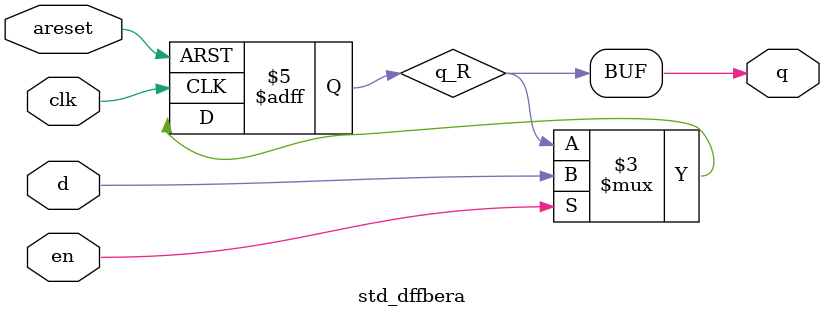
<source format=v>

module std_dffbera #(
    parameter                       DFF_WIDTH           = 1,
    parameter [DFF_WIDTH - 1:0]     DFF_RESET_VALUE     = 'b0
) (
    input   wire                        clk,
    input   wire                        areset,
    input   wire [DFF_WIDTH - 1:0]      en,

    input   wire [DFF_WIDTH - 1:0]      d,
    output  wire [DFF_WIDTH - 1:0]      q
);

    reg  [DFF_WIDTH - 1:0]  q_R;

    genvar i;
    generate
        for (i = 0; i < DFF_WIDTH; i = i + 1) begin :GENERATED_ASYNC_REG
            
            always @(posedge clk or posedge areset) begin
                
                if (areset) begin
                    q_R[i] <= DFF_RESET_VALUE[i];
                end
                else if (en[i]) begin
                    q_R[i] <= d[i];
                end
                else begin
                    q_R[i] <= q_R[i];
                end
            end
        end
    endgenerate

    assign q = q_R;

endmodule

</source>
